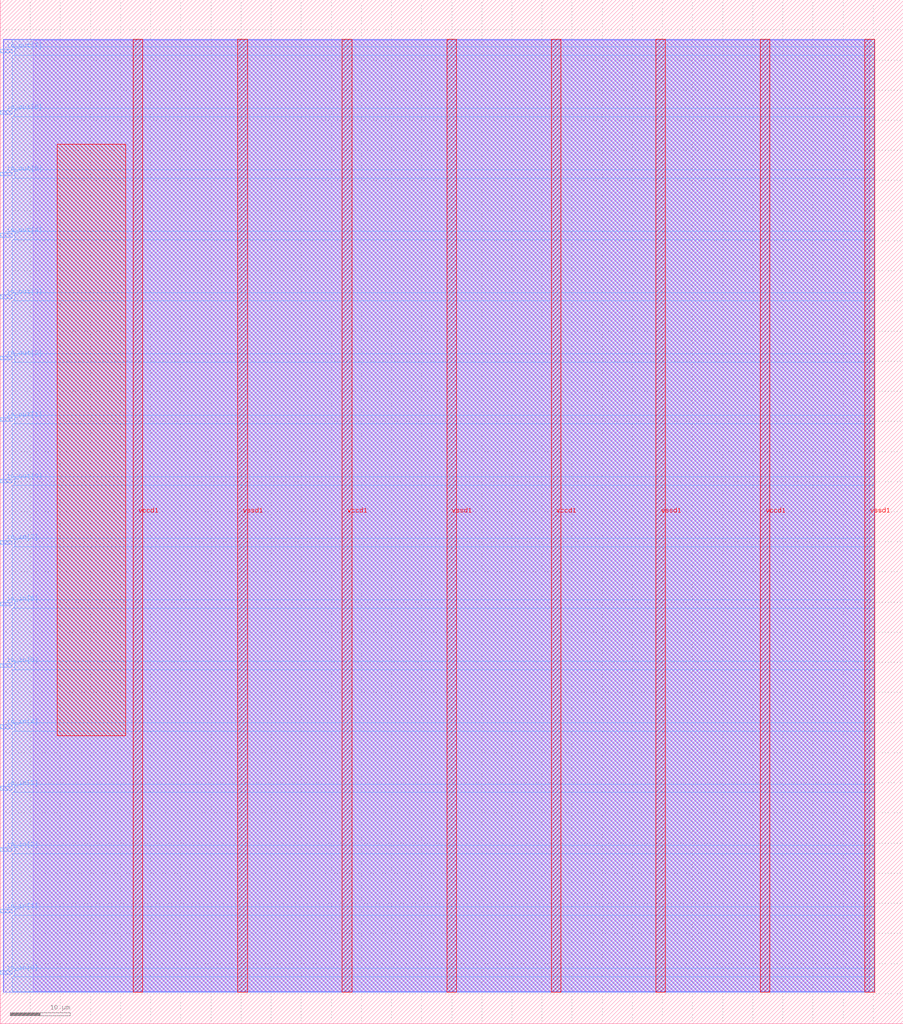
<source format=lef>
VERSION 5.7 ;
  NOWIREEXTENSIONATPIN ON ;
  DIVIDERCHAR "/" ;
  BUSBITCHARS "[]" ;
MACRO user_module_349729432862196307
  CLASS BLOCK ;
  FOREIGN user_module_349729432862196307 ;
  ORIGIN 0.000 0.000 ;
  SIZE 150.000 BY 170.000 ;
  PIN io_in[0]
    DIRECTION INPUT ;
    USE SIGNAL ;
    PORT
      LAYER met3 ;
        RECT 0.000 8.200 2.000 8.800 ;
    END
  END io_in[0]
  PIN io_in[1]
    DIRECTION INPUT ;
    USE SIGNAL ;
    PORT
      LAYER met3 ;
        RECT 0.000 18.400 2.000 19.000 ;
    END
  END io_in[1]
  PIN io_in[2]
    DIRECTION INPUT ;
    USE SIGNAL ;
    PORT
      LAYER met3 ;
        RECT 0.000 28.600 2.000 29.200 ;
    END
  END io_in[2]
  PIN io_in[3]
    DIRECTION INPUT ;
    USE SIGNAL ;
    PORT
      LAYER met3 ;
        RECT 0.000 38.800 2.000 39.400 ;
    END
  END io_in[3]
  PIN io_in[4]
    DIRECTION INPUT ;
    USE SIGNAL ;
    PORT
      LAYER met3 ;
        RECT 0.000 49.000 2.000 49.600 ;
    END
  END io_in[4]
  PIN io_in[5]
    DIRECTION INPUT ;
    USE SIGNAL ;
    PORT
      LAYER met3 ;
        RECT 0.000 59.200 2.000 59.800 ;
    END
  END io_in[5]
  PIN io_in[6]
    DIRECTION INPUT ;
    USE SIGNAL ;
    PORT
      LAYER met3 ;
        RECT 0.000 69.400 2.000 70.000 ;
    END
  END io_in[6]
  PIN io_in[7]
    DIRECTION INPUT ;
    USE SIGNAL ;
    PORT
      LAYER met3 ;
        RECT 0.000 79.600 2.000 80.200 ;
    END
  END io_in[7]
  PIN io_out[0]
    DIRECTION OUTPUT TRISTATE ;
    USE SIGNAL ;
    PORT
      LAYER met3 ;
        RECT 0.000 89.800 2.000 90.400 ;
    END
  END io_out[0]
  PIN io_out[1]
    DIRECTION OUTPUT TRISTATE ;
    USE SIGNAL ;
    PORT
      LAYER met3 ;
        RECT 0.000 100.000 2.000 100.600 ;
    END
  END io_out[1]
  PIN io_out[2]
    DIRECTION OUTPUT TRISTATE ;
    USE SIGNAL ;
    PORT
      LAYER met3 ;
        RECT 0.000 110.200 2.000 110.800 ;
    END
  END io_out[2]
  PIN io_out[3]
    DIRECTION OUTPUT TRISTATE ;
    USE SIGNAL ;
    PORT
      LAYER met3 ;
        RECT 0.000 120.400 2.000 121.000 ;
    END
  END io_out[3]
  PIN io_out[4]
    DIRECTION OUTPUT TRISTATE ;
    USE SIGNAL ;
    PORT
      LAYER met3 ;
        RECT 0.000 130.600 2.000 131.200 ;
    END
  END io_out[4]
  PIN io_out[5]
    DIRECTION OUTPUT TRISTATE ;
    USE SIGNAL ;
    PORT
      LAYER met3 ;
        RECT 0.000 140.800 2.000 141.400 ;
    END
  END io_out[5]
  PIN io_out[6]
    DIRECTION OUTPUT TRISTATE ;
    USE SIGNAL ;
    PORT
      LAYER met3 ;
        RECT 0.000 151.000 2.000 151.600 ;
    END
  END io_out[6]
  PIN io_out[7]
    DIRECTION OUTPUT TRISTATE ;
    USE SIGNAL ;
    PORT
      LAYER met3 ;
        RECT 0.000 161.200 2.000 161.800 ;
    END
  END io_out[7]
  PIN vccd1
    DIRECTION INOUT ;
    USE POWER ;
    PORT
      LAYER met4 ;
        RECT 22.085 5.200 23.685 163.440 ;
    END
    PORT
      LAYER met4 ;
        RECT 56.815 5.200 58.415 163.440 ;
    END
    PORT
      LAYER met4 ;
        RECT 91.545 5.200 93.145 163.440 ;
    END
    PORT
      LAYER met4 ;
        RECT 126.275 5.200 127.875 163.440 ;
    END
  END vccd1
  PIN vssd1
    DIRECTION INOUT ;
    USE GROUND ;
    PORT
      LAYER met4 ;
        RECT 39.450 5.200 41.050 163.440 ;
    END
    PORT
      LAYER met4 ;
        RECT 74.180 5.200 75.780 163.440 ;
    END
    PORT
      LAYER met4 ;
        RECT 108.910 5.200 110.510 163.440 ;
    END
    PORT
      LAYER met4 ;
        RECT 143.640 5.200 145.240 163.440 ;
    END
  END vssd1
  OBS
      LAYER li1 ;
        RECT 5.520 5.355 144.440 163.285 ;
      LAYER met1 ;
        RECT 0.530 5.200 145.240 163.440 ;
      LAYER met2 ;
        RECT 0.560 5.255 145.210 163.385 ;
      LAYER met3 ;
        RECT 2.000 162.200 145.230 163.365 ;
        RECT 2.400 160.800 145.230 162.200 ;
        RECT 2.000 152.000 145.230 160.800 ;
        RECT 2.400 150.600 145.230 152.000 ;
        RECT 2.000 141.800 145.230 150.600 ;
        RECT 2.400 140.400 145.230 141.800 ;
        RECT 2.000 131.600 145.230 140.400 ;
        RECT 2.400 130.200 145.230 131.600 ;
        RECT 2.000 121.400 145.230 130.200 ;
        RECT 2.400 120.000 145.230 121.400 ;
        RECT 2.000 111.200 145.230 120.000 ;
        RECT 2.400 109.800 145.230 111.200 ;
        RECT 2.000 101.000 145.230 109.800 ;
        RECT 2.400 99.600 145.230 101.000 ;
        RECT 2.000 90.800 145.230 99.600 ;
        RECT 2.400 89.400 145.230 90.800 ;
        RECT 2.000 80.600 145.230 89.400 ;
        RECT 2.400 79.200 145.230 80.600 ;
        RECT 2.000 70.400 145.230 79.200 ;
        RECT 2.400 69.000 145.230 70.400 ;
        RECT 2.000 60.200 145.230 69.000 ;
        RECT 2.400 58.800 145.230 60.200 ;
        RECT 2.000 50.000 145.230 58.800 ;
        RECT 2.400 48.600 145.230 50.000 ;
        RECT 2.000 39.800 145.230 48.600 ;
        RECT 2.400 38.400 145.230 39.800 ;
        RECT 2.000 29.600 145.230 38.400 ;
        RECT 2.400 28.200 145.230 29.600 ;
        RECT 2.000 19.400 145.230 28.200 ;
        RECT 2.400 18.000 145.230 19.400 ;
        RECT 2.000 9.200 145.230 18.000 ;
        RECT 2.400 7.800 145.230 9.200 ;
        RECT 2.000 5.275 145.230 7.800 ;
      LAYER met4 ;
        RECT 9.495 47.775 20.865 146.025 ;
  END
END user_module_349729432862196307
END LIBRARY


</source>
